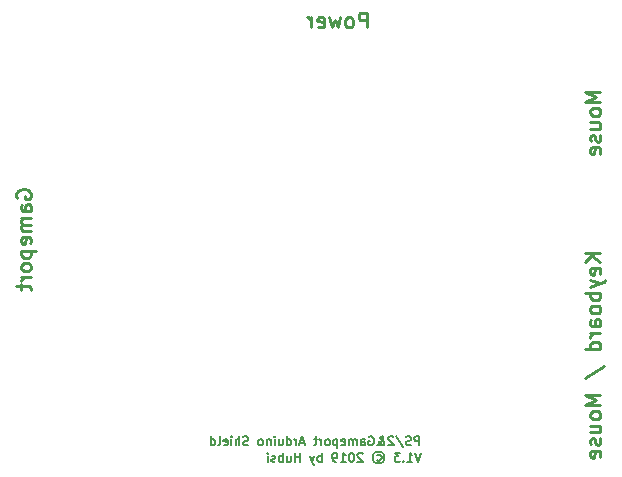
<source format=gbr>
G04 #@! TF.GenerationSoftware,KiCad,Pcbnew,7.0.5*
G04 #@! TF.CreationDate,2023-12-31T10:49:34+01:00*
G04 #@! TF.ProjectId,usb-to-ps2-gameport-hat-arduino-pro-mini,7573622d-746f-42d7-9073-322d67616d65,1.3*
G04 #@! TF.SameCoordinates,Original*
G04 #@! TF.FileFunction,Legend,Bot*
G04 #@! TF.FilePolarity,Positive*
%FSLAX46Y46*%
G04 Gerber Fmt 4.6, Leading zero omitted, Abs format (unit mm)*
G04 Created by KiCad (PCBNEW 7.0.5) date 2023-12-31 10:49:34*
%MOMM*%
%LPD*%
G01*
G04 APERTURE LIST*
%ADD10C,0.150000*%
%ADD11C,0.254000*%
%ADD12C,0.250000*%
G04 APERTURE END LIST*
D10*
X121252744Y-75469164D02*
X121252744Y-74719164D01*
X121252744Y-74719164D02*
X120967030Y-74719164D01*
X120967030Y-74719164D02*
X120895601Y-74754878D01*
X120895601Y-74754878D02*
X120859887Y-74790592D01*
X120859887Y-74790592D02*
X120824173Y-74862021D01*
X120824173Y-74862021D02*
X120824173Y-74969164D01*
X120824173Y-74969164D02*
X120859887Y-75040592D01*
X120859887Y-75040592D02*
X120895601Y-75076307D01*
X120895601Y-75076307D02*
X120967030Y-75112021D01*
X120967030Y-75112021D02*
X121252744Y-75112021D01*
X120538458Y-75433450D02*
X120431316Y-75469164D01*
X120431316Y-75469164D02*
X120252744Y-75469164D01*
X120252744Y-75469164D02*
X120181316Y-75433450D01*
X120181316Y-75433450D02*
X120145601Y-75397735D01*
X120145601Y-75397735D02*
X120109887Y-75326307D01*
X120109887Y-75326307D02*
X120109887Y-75254878D01*
X120109887Y-75254878D02*
X120145601Y-75183450D01*
X120145601Y-75183450D02*
X120181316Y-75147735D01*
X120181316Y-75147735D02*
X120252744Y-75112021D01*
X120252744Y-75112021D02*
X120395601Y-75076307D01*
X120395601Y-75076307D02*
X120467030Y-75040592D01*
X120467030Y-75040592D02*
X120502744Y-75004878D01*
X120502744Y-75004878D02*
X120538458Y-74933450D01*
X120538458Y-74933450D02*
X120538458Y-74862021D01*
X120538458Y-74862021D02*
X120502744Y-74790592D01*
X120502744Y-74790592D02*
X120467030Y-74754878D01*
X120467030Y-74754878D02*
X120395601Y-74719164D01*
X120395601Y-74719164D02*
X120217030Y-74719164D01*
X120217030Y-74719164D02*
X120109887Y-74754878D01*
X119252744Y-74683450D02*
X119895601Y-75647735D01*
X119038458Y-74790592D02*
X119002744Y-74754878D01*
X119002744Y-74754878D02*
X118931316Y-74719164D01*
X118931316Y-74719164D02*
X118752744Y-74719164D01*
X118752744Y-74719164D02*
X118681316Y-74754878D01*
X118681316Y-74754878D02*
X118645601Y-74790592D01*
X118645601Y-74790592D02*
X118609887Y-74862021D01*
X118609887Y-74862021D02*
X118609887Y-74933450D01*
X118609887Y-74933450D02*
X118645601Y-75040592D01*
X118645601Y-75040592D02*
X119074173Y-75469164D01*
X119074173Y-75469164D02*
X118609887Y-75469164D01*
X117681315Y-75469164D02*
X117717030Y-75469164D01*
X117717030Y-75469164D02*
X117788458Y-75433450D01*
X117788458Y-75433450D02*
X117895601Y-75326307D01*
X117895601Y-75326307D02*
X118074172Y-75112021D01*
X118074172Y-75112021D02*
X118145601Y-75004878D01*
X118145601Y-75004878D02*
X118181315Y-74897735D01*
X118181315Y-74897735D02*
X118181315Y-74826307D01*
X118181315Y-74826307D02*
X118145601Y-74754878D01*
X118145601Y-74754878D02*
X118074172Y-74719164D01*
X118074172Y-74719164D02*
X118038458Y-74719164D01*
X118038458Y-74719164D02*
X117967030Y-74754878D01*
X117967030Y-74754878D02*
X117931315Y-74826307D01*
X117931315Y-74826307D02*
X117931315Y-74862021D01*
X117931315Y-74862021D02*
X117967030Y-74933450D01*
X117967030Y-74933450D02*
X118002744Y-74969164D01*
X118002744Y-74969164D02*
X118217030Y-75112021D01*
X118217030Y-75112021D02*
X118252744Y-75147735D01*
X118252744Y-75147735D02*
X118288458Y-75219164D01*
X118288458Y-75219164D02*
X118288458Y-75326307D01*
X118288458Y-75326307D02*
X118252744Y-75397735D01*
X118252744Y-75397735D02*
X118217030Y-75433450D01*
X118217030Y-75433450D02*
X118145601Y-75469164D01*
X118145601Y-75469164D02*
X118038458Y-75469164D01*
X118038458Y-75469164D02*
X117967030Y-75433450D01*
X117967030Y-75433450D02*
X117931315Y-75397735D01*
X117931315Y-75397735D02*
X117824172Y-75254878D01*
X117824172Y-75254878D02*
X117788458Y-75147735D01*
X117788458Y-75147735D02*
X117788458Y-75076307D01*
X116967030Y-74754878D02*
X117038459Y-74719164D01*
X117038459Y-74719164D02*
X117145601Y-74719164D01*
X117145601Y-74719164D02*
X117252744Y-74754878D01*
X117252744Y-74754878D02*
X117324173Y-74826307D01*
X117324173Y-74826307D02*
X117359887Y-74897735D01*
X117359887Y-74897735D02*
X117395601Y-75040592D01*
X117395601Y-75040592D02*
X117395601Y-75147735D01*
X117395601Y-75147735D02*
X117359887Y-75290592D01*
X117359887Y-75290592D02*
X117324173Y-75362021D01*
X117324173Y-75362021D02*
X117252744Y-75433450D01*
X117252744Y-75433450D02*
X117145601Y-75469164D01*
X117145601Y-75469164D02*
X117074173Y-75469164D01*
X117074173Y-75469164D02*
X116967030Y-75433450D01*
X116967030Y-75433450D02*
X116931316Y-75397735D01*
X116931316Y-75397735D02*
X116931316Y-75147735D01*
X116931316Y-75147735D02*
X117074173Y-75147735D01*
X116288459Y-75469164D02*
X116288459Y-75076307D01*
X116288459Y-75076307D02*
X116324173Y-75004878D01*
X116324173Y-75004878D02*
X116395601Y-74969164D01*
X116395601Y-74969164D02*
X116538459Y-74969164D01*
X116538459Y-74969164D02*
X116609887Y-75004878D01*
X116288459Y-75433450D02*
X116359887Y-75469164D01*
X116359887Y-75469164D02*
X116538459Y-75469164D01*
X116538459Y-75469164D02*
X116609887Y-75433450D01*
X116609887Y-75433450D02*
X116645601Y-75362021D01*
X116645601Y-75362021D02*
X116645601Y-75290592D01*
X116645601Y-75290592D02*
X116609887Y-75219164D01*
X116609887Y-75219164D02*
X116538459Y-75183450D01*
X116538459Y-75183450D02*
X116359887Y-75183450D01*
X116359887Y-75183450D02*
X116288459Y-75147735D01*
X115931316Y-75469164D02*
X115931316Y-74969164D01*
X115931316Y-75040592D02*
X115895602Y-75004878D01*
X115895602Y-75004878D02*
X115824173Y-74969164D01*
X115824173Y-74969164D02*
X115717030Y-74969164D01*
X115717030Y-74969164D02*
X115645602Y-75004878D01*
X115645602Y-75004878D02*
X115609888Y-75076307D01*
X115609888Y-75076307D02*
X115609888Y-75469164D01*
X115609888Y-75076307D02*
X115574173Y-75004878D01*
X115574173Y-75004878D02*
X115502745Y-74969164D01*
X115502745Y-74969164D02*
X115395602Y-74969164D01*
X115395602Y-74969164D02*
X115324173Y-75004878D01*
X115324173Y-75004878D02*
X115288459Y-75076307D01*
X115288459Y-75076307D02*
X115288459Y-75469164D01*
X114645602Y-75433450D02*
X114717030Y-75469164D01*
X114717030Y-75469164D02*
X114859888Y-75469164D01*
X114859888Y-75469164D02*
X114931316Y-75433450D01*
X114931316Y-75433450D02*
X114967030Y-75362021D01*
X114967030Y-75362021D02*
X114967030Y-75076307D01*
X114967030Y-75076307D02*
X114931316Y-75004878D01*
X114931316Y-75004878D02*
X114859888Y-74969164D01*
X114859888Y-74969164D02*
X114717030Y-74969164D01*
X114717030Y-74969164D02*
X114645602Y-75004878D01*
X114645602Y-75004878D02*
X114609888Y-75076307D01*
X114609888Y-75076307D02*
X114609888Y-75147735D01*
X114609888Y-75147735D02*
X114967030Y-75219164D01*
X114288459Y-74969164D02*
X114288459Y-75719164D01*
X114288459Y-75004878D02*
X114217031Y-74969164D01*
X114217031Y-74969164D02*
X114074173Y-74969164D01*
X114074173Y-74969164D02*
X114002745Y-75004878D01*
X114002745Y-75004878D02*
X113967031Y-75040592D01*
X113967031Y-75040592D02*
X113931316Y-75112021D01*
X113931316Y-75112021D02*
X113931316Y-75326307D01*
X113931316Y-75326307D02*
X113967031Y-75397735D01*
X113967031Y-75397735D02*
X114002745Y-75433450D01*
X114002745Y-75433450D02*
X114074173Y-75469164D01*
X114074173Y-75469164D02*
X114217031Y-75469164D01*
X114217031Y-75469164D02*
X114288459Y-75433450D01*
X113502745Y-75469164D02*
X113574174Y-75433450D01*
X113574174Y-75433450D02*
X113609888Y-75397735D01*
X113609888Y-75397735D02*
X113645602Y-75326307D01*
X113645602Y-75326307D02*
X113645602Y-75112021D01*
X113645602Y-75112021D02*
X113609888Y-75040592D01*
X113609888Y-75040592D02*
X113574174Y-75004878D01*
X113574174Y-75004878D02*
X113502745Y-74969164D01*
X113502745Y-74969164D02*
X113395602Y-74969164D01*
X113395602Y-74969164D02*
X113324174Y-75004878D01*
X113324174Y-75004878D02*
X113288460Y-75040592D01*
X113288460Y-75040592D02*
X113252745Y-75112021D01*
X113252745Y-75112021D02*
X113252745Y-75326307D01*
X113252745Y-75326307D02*
X113288460Y-75397735D01*
X113288460Y-75397735D02*
X113324174Y-75433450D01*
X113324174Y-75433450D02*
X113395602Y-75469164D01*
X113395602Y-75469164D02*
X113502745Y-75469164D01*
X112931317Y-75469164D02*
X112931317Y-74969164D01*
X112931317Y-75112021D02*
X112895603Y-75040592D01*
X112895603Y-75040592D02*
X112859889Y-75004878D01*
X112859889Y-75004878D02*
X112788460Y-74969164D01*
X112788460Y-74969164D02*
X112717031Y-74969164D01*
X112574174Y-74969164D02*
X112288460Y-74969164D01*
X112467031Y-74719164D02*
X112467031Y-75362021D01*
X112467031Y-75362021D02*
X112431317Y-75433450D01*
X112431317Y-75433450D02*
X112359888Y-75469164D01*
X112359888Y-75469164D02*
X112288460Y-75469164D01*
X111502745Y-75254878D02*
X111145603Y-75254878D01*
X111574174Y-75469164D02*
X111324174Y-74719164D01*
X111324174Y-74719164D02*
X111074174Y-75469164D01*
X110824174Y-75469164D02*
X110824174Y-74969164D01*
X110824174Y-75112021D02*
X110788460Y-75040592D01*
X110788460Y-75040592D02*
X110752746Y-75004878D01*
X110752746Y-75004878D02*
X110681317Y-74969164D01*
X110681317Y-74969164D02*
X110609888Y-74969164D01*
X110038460Y-75469164D02*
X110038460Y-74719164D01*
X110038460Y-75433450D02*
X110109888Y-75469164D01*
X110109888Y-75469164D02*
X110252745Y-75469164D01*
X110252745Y-75469164D02*
X110324174Y-75433450D01*
X110324174Y-75433450D02*
X110359888Y-75397735D01*
X110359888Y-75397735D02*
X110395602Y-75326307D01*
X110395602Y-75326307D02*
X110395602Y-75112021D01*
X110395602Y-75112021D02*
X110359888Y-75040592D01*
X110359888Y-75040592D02*
X110324174Y-75004878D01*
X110324174Y-75004878D02*
X110252745Y-74969164D01*
X110252745Y-74969164D02*
X110109888Y-74969164D01*
X110109888Y-74969164D02*
X110038460Y-75004878D01*
X109359889Y-74969164D02*
X109359889Y-75469164D01*
X109681317Y-74969164D02*
X109681317Y-75362021D01*
X109681317Y-75362021D02*
X109645603Y-75433450D01*
X109645603Y-75433450D02*
X109574174Y-75469164D01*
X109574174Y-75469164D02*
X109467031Y-75469164D01*
X109467031Y-75469164D02*
X109395603Y-75433450D01*
X109395603Y-75433450D02*
X109359889Y-75397735D01*
X109002746Y-75469164D02*
X109002746Y-74969164D01*
X109002746Y-74719164D02*
X109038460Y-74754878D01*
X109038460Y-74754878D02*
X109002746Y-74790592D01*
X109002746Y-74790592D02*
X108967032Y-74754878D01*
X108967032Y-74754878D02*
X109002746Y-74719164D01*
X109002746Y-74719164D02*
X109002746Y-74790592D01*
X108645603Y-74969164D02*
X108645603Y-75469164D01*
X108645603Y-75040592D02*
X108609889Y-75004878D01*
X108609889Y-75004878D02*
X108538460Y-74969164D01*
X108538460Y-74969164D02*
X108431317Y-74969164D01*
X108431317Y-74969164D02*
X108359889Y-75004878D01*
X108359889Y-75004878D02*
X108324175Y-75076307D01*
X108324175Y-75076307D02*
X108324175Y-75469164D01*
X107859889Y-75469164D02*
X107931318Y-75433450D01*
X107931318Y-75433450D02*
X107967032Y-75397735D01*
X107967032Y-75397735D02*
X108002746Y-75326307D01*
X108002746Y-75326307D02*
X108002746Y-75112021D01*
X108002746Y-75112021D02*
X107967032Y-75040592D01*
X107967032Y-75040592D02*
X107931318Y-75004878D01*
X107931318Y-75004878D02*
X107859889Y-74969164D01*
X107859889Y-74969164D02*
X107752746Y-74969164D01*
X107752746Y-74969164D02*
X107681318Y-75004878D01*
X107681318Y-75004878D02*
X107645604Y-75040592D01*
X107645604Y-75040592D02*
X107609889Y-75112021D01*
X107609889Y-75112021D02*
X107609889Y-75326307D01*
X107609889Y-75326307D02*
X107645604Y-75397735D01*
X107645604Y-75397735D02*
X107681318Y-75433450D01*
X107681318Y-75433450D02*
X107752746Y-75469164D01*
X107752746Y-75469164D02*
X107859889Y-75469164D01*
X106752746Y-75433450D02*
X106645604Y-75469164D01*
X106645604Y-75469164D02*
X106467032Y-75469164D01*
X106467032Y-75469164D02*
X106395604Y-75433450D01*
X106395604Y-75433450D02*
X106359889Y-75397735D01*
X106359889Y-75397735D02*
X106324175Y-75326307D01*
X106324175Y-75326307D02*
X106324175Y-75254878D01*
X106324175Y-75254878D02*
X106359889Y-75183450D01*
X106359889Y-75183450D02*
X106395604Y-75147735D01*
X106395604Y-75147735D02*
X106467032Y-75112021D01*
X106467032Y-75112021D02*
X106609889Y-75076307D01*
X106609889Y-75076307D02*
X106681318Y-75040592D01*
X106681318Y-75040592D02*
X106717032Y-75004878D01*
X106717032Y-75004878D02*
X106752746Y-74933450D01*
X106752746Y-74933450D02*
X106752746Y-74862021D01*
X106752746Y-74862021D02*
X106717032Y-74790592D01*
X106717032Y-74790592D02*
X106681318Y-74754878D01*
X106681318Y-74754878D02*
X106609889Y-74719164D01*
X106609889Y-74719164D02*
X106431318Y-74719164D01*
X106431318Y-74719164D02*
X106324175Y-74754878D01*
X106002746Y-75469164D02*
X106002746Y-74719164D01*
X105681318Y-75469164D02*
X105681318Y-75076307D01*
X105681318Y-75076307D02*
X105717032Y-75004878D01*
X105717032Y-75004878D02*
X105788460Y-74969164D01*
X105788460Y-74969164D02*
X105895603Y-74969164D01*
X105895603Y-74969164D02*
X105967032Y-75004878D01*
X105967032Y-75004878D02*
X106002746Y-75040592D01*
X105324175Y-75469164D02*
X105324175Y-74969164D01*
X105324175Y-74719164D02*
X105359889Y-74754878D01*
X105359889Y-74754878D02*
X105324175Y-74790592D01*
X105324175Y-74790592D02*
X105288461Y-74754878D01*
X105288461Y-74754878D02*
X105324175Y-74719164D01*
X105324175Y-74719164D02*
X105324175Y-74790592D01*
X104681318Y-75433450D02*
X104752746Y-75469164D01*
X104752746Y-75469164D02*
X104895604Y-75469164D01*
X104895604Y-75469164D02*
X104967032Y-75433450D01*
X104967032Y-75433450D02*
X105002746Y-75362021D01*
X105002746Y-75362021D02*
X105002746Y-75076307D01*
X105002746Y-75076307D02*
X104967032Y-75004878D01*
X104967032Y-75004878D02*
X104895604Y-74969164D01*
X104895604Y-74969164D02*
X104752746Y-74969164D01*
X104752746Y-74969164D02*
X104681318Y-75004878D01*
X104681318Y-75004878D02*
X104645604Y-75076307D01*
X104645604Y-75076307D02*
X104645604Y-75147735D01*
X104645604Y-75147735D02*
X105002746Y-75219164D01*
X104217032Y-75469164D02*
X104288461Y-75433450D01*
X104288461Y-75433450D02*
X104324175Y-75362021D01*
X104324175Y-75362021D02*
X104324175Y-74719164D01*
X103609890Y-75469164D02*
X103609890Y-74719164D01*
X103609890Y-75433450D02*
X103681318Y-75469164D01*
X103681318Y-75469164D02*
X103824175Y-75469164D01*
X103824175Y-75469164D02*
X103895604Y-75433450D01*
X103895604Y-75433450D02*
X103931318Y-75397735D01*
X103931318Y-75397735D02*
X103967032Y-75326307D01*
X103967032Y-75326307D02*
X103967032Y-75112021D01*
X103967032Y-75112021D02*
X103931318Y-75040592D01*
X103931318Y-75040592D02*
X103895604Y-75004878D01*
X103895604Y-75004878D02*
X103824175Y-74969164D01*
X103824175Y-74969164D02*
X103681318Y-74969164D01*
X103681318Y-74969164D02*
X103609890Y-75004878D01*
X121359887Y-76119164D02*
X121109887Y-76869164D01*
X121109887Y-76869164D02*
X120859887Y-76119164D01*
X120217030Y-76869164D02*
X120645601Y-76869164D01*
X120431316Y-76869164D02*
X120431316Y-76119164D01*
X120431316Y-76119164D02*
X120502744Y-76226307D01*
X120502744Y-76226307D02*
X120574173Y-76297735D01*
X120574173Y-76297735D02*
X120645601Y-76333450D01*
X119895601Y-76797735D02*
X119859887Y-76833450D01*
X119859887Y-76833450D02*
X119895601Y-76869164D01*
X119895601Y-76869164D02*
X119931315Y-76833450D01*
X119931315Y-76833450D02*
X119895601Y-76797735D01*
X119895601Y-76797735D02*
X119895601Y-76869164D01*
X119609887Y-76119164D02*
X119145601Y-76119164D01*
X119145601Y-76119164D02*
X119395601Y-76404878D01*
X119395601Y-76404878D02*
X119288458Y-76404878D01*
X119288458Y-76404878D02*
X119217030Y-76440592D01*
X119217030Y-76440592D02*
X119181315Y-76476307D01*
X119181315Y-76476307D02*
X119145601Y-76547735D01*
X119145601Y-76547735D02*
X119145601Y-76726307D01*
X119145601Y-76726307D02*
X119181315Y-76797735D01*
X119181315Y-76797735D02*
X119217030Y-76833450D01*
X119217030Y-76833450D02*
X119288458Y-76869164D01*
X119288458Y-76869164D02*
X119502744Y-76869164D01*
X119502744Y-76869164D02*
X119574172Y-76833450D01*
X119574172Y-76833450D02*
X119609887Y-76797735D01*
X117645600Y-76297735D02*
X117717029Y-76262021D01*
X117717029Y-76262021D02*
X117859886Y-76262021D01*
X117859886Y-76262021D02*
X117931315Y-76297735D01*
X117931315Y-76297735D02*
X118002743Y-76369164D01*
X118002743Y-76369164D02*
X118038457Y-76440592D01*
X118038457Y-76440592D02*
X118038457Y-76583450D01*
X118038457Y-76583450D02*
X118002743Y-76654878D01*
X118002743Y-76654878D02*
X117931315Y-76726307D01*
X117931315Y-76726307D02*
X117859886Y-76762021D01*
X117859886Y-76762021D02*
X117717029Y-76762021D01*
X117717029Y-76762021D02*
X117645600Y-76726307D01*
X117788457Y-76012021D02*
X117967029Y-76047735D01*
X117967029Y-76047735D02*
X118145600Y-76154878D01*
X118145600Y-76154878D02*
X118252743Y-76333450D01*
X118252743Y-76333450D02*
X118288457Y-76512021D01*
X118288457Y-76512021D02*
X118252743Y-76690592D01*
X118252743Y-76690592D02*
X118145600Y-76869164D01*
X118145600Y-76869164D02*
X117967029Y-76976307D01*
X117967029Y-76976307D02*
X117788457Y-77012021D01*
X117788457Y-77012021D02*
X117609886Y-76976307D01*
X117609886Y-76976307D02*
X117431315Y-76869164D01*
X117431315Y-76869164D02*
X117324172Y-76690592D01*
X117324172Y-76690592D02*
X117288457Y-76512021D01*
X117288457Y-76512021D02*
X117324172Y-76333450D01*
X117324172Y-76333450D02*
X117431315Y-76154878D01*
X117431315Y-76154878D02*
X117609886Y-76047735D01*
X117609886Y-76047735D02*
X117788457Y-76012021D01*
X116431314Y-76190592D02*
X116395600Y-76154878D01*
X116395600Y-76154878D02*
X116324172Y-76119164D01*
X116324172Y-76119164D02*
X116145600Y-76119164D01*
X116145600Y-76119164D02*
X116074172Y-76154878D01*
X116074172Y-76154878D02*
X116038457Y-76190592D01*
X116038457Y-76190592D02*
X116002743Y-76262021D01*
X116002743Y-76262021D02*
X116002743Y-76333450D01*
X116002743Y-76333450D02*
X116038457Y-76440592D01*
X116038457Y-76440592D02*
X116467029Y-76869164D01*
X116467029Y-76869164D02*
X116002743Y-76869164D01*
X115538457Y-76119164D02*
X115467028Y-76119164D01*
X115467028Y-76119164D02*
X115395600Y-76154878D01*
X115395600Y-76154878D02*
X115359886Y-76190592D01*
X115359886Y-76190592D02*
X115324171Y-76262021D01*
X115324171Y-76262021D02*
X115288457Y-76404878D01*
X115288457Y-76404878D02*
X115288457Y-76583450D01*
X115288457Y-76583450D02*
X115324171Y-76726307D01*
X115324171Y-76726307D02*
X115359886Y-76797735D01*
X115359886Y-76797735D02*
X115395600Y-76833450D01*
X115395600Y-76833450D02*
X115467028Y-76869164D01*
X115467028Y-76869164D02*
X115538457Y-76869164D01*
X115538457Y-76869164D02*
X115609886Y-76833450D01*
X115609886Y-76833450D02*
X115645600Y-76797735D01*
X115645600Y-76797735D02*
X115681314Y-76726307D01*
X115681314Y-76726307D02*
X115717028Y-76583450D01*
X115717028Y-76583450D02*
X115717028Y-76404878D01*
X115717028Y-76404878D02*
X115681314Y-76262021D01*
X115681314Y-76262021D02*
X115645600Y-76190592D01*
X115645600Y-76190592D02*
X115609886Y-76154878D01*
X115609886Y-76154878D02*
X115538457Y-76119164D01*
X114574171Y-76869164D02*
X115002742Y-76869164D01*
X114788457Y-76869164D02*
X114788457Y-76119164D01*
X114788457Y-76119164D02*
X114859885Y-76226307D01*
X114859885Y-76226307D02*
X114931314Y-76297735D01*
X114931314Y-76297735D02*
X115002742Y-76333450D01*
X114217028Y-76869164D02*
X114074171Y-76869164D01*
X114074171Y-76869164D02*
X114002742Y-76833450D01*
X114002742Y-76833450D02*
X113967028Y-76797735D01*
X113967028Y-76797735D02*
X113895599Y-76690592D01*
X113895599Y-76690592D02*
X113859885Y-76547735D01*
X113859885Y-76547735D02*
X113859885Y-76262021D01*
X113859885Y-76262021D02*
X113895599Y-76190592D01*
X113895599Y-76190592D02*
X113931314Y-76154878D01*
X113931314Y-76154878D02*
X114002742Y-76119164D01*
X114002742Y-76119164D02*
X114145599Y-76119164D01*
X114145599Y-76119164D02*
X114217028Y-76154878D01*
X114217028Y-76154878D02*
X114252742Y-76190592D01*
X114252742Y-76190592D02*
X114288456Y-76262021D01*
X114288456Y-76262021D02*
X114288456Y-76440592D01*
X114288456Y-76440592D02*
X114252742Y-76512021D01*
X114252742Y-76512021D02*
X114217028Y-76547735D01*
X114217028Y-76547735D02*
X114145599Y-76583450D01*
X114145599Y-76583450D02*
X114002742Y-76583450D01*
X114002742Y-76583450D02*
X113931314Y-76547735D01*
X113931314Y-76547735D02*
X113895599Y-76512021D01*
X113895599Y-76512021D02*
X113859885Y-76440592D01*
X112967027Y-76869164D02*
X112967027Y-76119164D01*
X112967027Y-76404878D02*
X112895599Y-76369164D01*
X112895599Y-76369164D02*
X112752741Y-76369164D01*
X112752741Y-76369164D02*
X112681313Y-76404878D01*
X112681313Y-76404878D02*
X112645599Y-76440592D01*
X112645599Y-76440592D02*
X112609884Y-76512021D01*
X112609884Y-76512021D02*
X112609884Y-76726307D01*
X112609884Y-76726307D02*
X112645599Y-76797735D01*
X112645599Y-76797735D02*
X112681313Y-76833450D01*
X112681313Y-76833450D02*
X112752741Y-76869164D01*
X112752741Y-76869164D02*
X112895599Y-76869164D01*
X112895599Y-76869164D02*
X112967027Y-76833450D01*
X112359885Y-76369164D02*
X112181313Y-76869164D01*
X112002742Y-76369164D02*
X112181313Y-76869164D01*
X112181313Y-76869164D02*
X112252742Y-77047735D01*
X112252742Y-77047735D02*
X112288456Y-77083450D01*
X112288456Y-77083450D02*
X112359885Y-77119164D01*
X111145598Y-76869164D02*
X111145598Y-76119164D01*
X111145598Y-76476307D02*
X110717027Y-76476307D01*
X110717027Y-76869164D02*
X110717027Y-76119164D01*
X110038456Y-76369164D02*
X110038456Y-76869164D01*
X110359884Y-76369164D02*
X110359884Y-76762021D01*
X110359884Y-76762021D02*
X110324170Y-76833450D01*
X110324170Y-76833450D02*
X110252741Y-76869164D01*
X110252741Y-76869164D02*
X110145598Y-76869164D01*
X110145598Y-76869164D02*
X110074170Y-76833450D01*
X110074170Y-76833450D02*
X110038456Y-76797735D01*
X109681313Y-76869164D02*
X109681313Y-76119164D01*
X109681313Y-76404878D02*
X109609885Y-76369164D01*
X109609885Y-76369164D02*
X109467027Y-76369164D01*
X109467027Y-76369164D02*
X109395599Y-76404878D01*
X109395599Y-76404878D02*
X109359885Y-76440592D01*
X109359885Y-76440592D02*
X109324170Y-76512021D01*
X109324170Y-76512021D02*
X109324170Y-76726307D01*
X109324170Y-76726307D02*
X109359885Y-76797735D01*
X109359885Y-76797735D02*
X109395599Y-76833450D01*
X109395599Y-76833450D02*
X109467027Y-76869164D01*
X109467027Y-76869164D02*
X109609885Y-76869164D01*
X109609885Y-76869164D02*
X109681313Y-76833450D01*
X109038456Y-76833450D02*
X108967028Y-76869164D01*
X108967028Y-76869164D02*
X108824171Y-76869164D01*
X108824171Y-76869164D02*
X108752742Y-76833450D01*
X108752742Y-76833450D02*
X108717028Y-76762021D01*
X108717028Y-76762021D02*
X108717028Y-76726307D01*
X108717028Y-76726307D02*
X108752742Y-76654878D01*
X108752742Y-76654878D02*
X108824171Y-76619164D01*
X108824171Y-76619164D02*
X108931314Y-76619164D01*
X108931314Y-76619164D02*
X109002742Y-76583450D01*
X109002742Y-76583450D02*
X109038456Y-76512021D01*
X109038456Y-76512021D02*
X109038456Y-76476307D01*
X109038456Y-76476307D02*
X109002742Y-76404878D01*
X109002742Y-76404878D02*
X108931314Y-76369164D01*
X108931314Y-76369164D02*
X108824171Y-76369164D01*
X108824171Y-76369164D02*
X108752742Y-76404878D01*
X108395599Y-76869164D02*
X108395599Y-76369164D01*
X108395599Y-76119164D02*
X108431313Y-76154878D01*
X108431313Y-76154878D02*
X108395599Y-76190592D01*
X108395599Y-76190592D02*
X108359885Y-76154878D01*
X108359885Y-76154878D02*
X108395599Y-76119164D01*
X108395599Y-76119164D02*
X108395599Y-76190592D01*
D11*
X136574318Y-45529285D02*
X135304318Y-45529285D01*
X135304318Y-45529285D02*
X136211461Y-45952619D01*
X136211461Y-45952619D02*
X135304318Y-46375952D01*
X135304318Y-46375952D02*
X136574318Y-46375952D01*
X136574318Y-47162143D02*
X136513842Y-47041191D01*
X136513842Y-47041191D02*
X136453365Y-46980714D01*
X136453365Y-46980714D02*
X136332413Y-46920238D01*
X136332413Y-46920238D02*
X135969556Y-46920238D01*
X135969556Y-46920238D02*
X135848603Y-46980714D01*
X135848603Y-46980714D02*
X135788127Y-47041191D01*
X135788127Y-47041191D02*
X135727651Y-47162143D01*
X135727651Y-47162143D02*
X135727651Y-47343572D01*
X135727651Y-47343572D02*
X135788127Y-47464524D01*
X135788127Y-47464524D02*
X135848603Y-47525000D01*
X135848603Y-47525000D02*
X135969556Y-47585476D01*
X135969556Y-47585476D02*
X136332413Y-47585476D01*
X136332413Y-47585476D02*
X136453365Y-47525000D01*
X136453365Y-47525000D02*
X136513842Y-47464524D01*
X136513842Y-47464524D02*
X136574318Y-47343572D01*
X136574318Y-47343572D02*
X136574318Y-47162143D01*
X135727651Y-48674048D02*
X136574318Y-48674048D01*
X135727651Y-48129762D02*
X136392889Y-48129762D01*
X136392889Y-48129762D02*
X136513842Y-48190239D01*
X136513842Y-48190239D02*
X136574318Y-48311191D01*
X136574318Y-48311191D02*
X136574318Y-48492620D01*
X136574318Y-48492620D02*
X136513842Y-48613572D01*
X136513842Y-48613572D02*
X136453365Y-48674048D01*
X136513842Y-49218334D02*
X136574318Y-49339287D01*
X136574318Y-49339287D02*
X136574318Y-49581191D01*
X136574318Y-49581191D02*
X136513842Y-49702144D01*
X136513842Y-49702144D02*
X136392889Y-49762620D01*
X136392889Y-49762620D02*
X136332413Y-49762620D01*
X136332413Y-49762620D02*
X136211461Y-49702144D01*
X136211461Y-49702144D02*
X136150984Y-49581191D01*
X136150984Y-49581191D02*
X136150984Y-49399763D01*
X136150984Y-49399763D02*
X136090508Y-49278810D01*
X136090508Y-49278810D02*
X135969556Y-49218334D01*
X135969556Y-49218334D02*
X135909080Y-49218334D01*
X135909080Y-49218334D02*
X135788127Y-49278810D01*
X135788127Y-49278810D02*
X135727651Y-49399763D01*
X135727651Y-49399763D02*
X135727651Y-49581191D01*
X135727651Y-49581191D02*
X135788127Y-49702144D01*
X136513842Y-50790715D02*
X136574318Y-50669763D01*
X136574318Y-50669763D02*
X136574318Y-50427858D01*
X136574318Y-50427858D02*
X136513842Y-50306905D01*
X136513842Y-50306905D02*
X136392889Y-50246429D01*
X136392889Y-50246429D02*
X135909080Y-50246429D01*
X135909080Y-50246429D02*
X135788127Y-50306905D01*
X135788127Y-50306905D02*
X135727651Y-50427858D01*
X135727651Y-50427858D02*
X135727651Y-50669763D01*
X135727651Y-50669763D02*
X135788127Y-50790715D01*
X135788127Y-50790715D02*
X135909080Y-50851191D01*
X135909080Y-50851191D02*
X136030032Y-50851191D01*
X136030032Y-50851191D02*
X136150984Y-50246429D01*
D12*
X87174797Y-54517856D02*
X87115273Y-54398809D01*
X87115273Y-54398809D02*
X87115273Y-54220237D01*
X87115273Y-54220237D02*
X87174797Y-54041666D01*
X87174797Y-54041666D02*
X87293845Y-53922618D01*
X87293845Y-53922618D02*
X87412892Y-53863095D01*
X87412892Y-53863095D02*
X87650988Y-53803571D01*
X87650988Y-53803571D02*
X87829559Y-53803571D01*
X87829559Y-53803571D02*
X88067654Y-53863095D01*
X88067654Y-53863095D02*
X88186702Y-53922618D01*
X88186702Y-53922618D02*
X88305750Y-54041666D01*
X88305750Y-54041666D02*
X88365273Y-54220237D01*
X88365273Y-54220237D02*
X88365273Y-54339285D01*
X88365273Y-54339285D02*
X88305750Y-54517856D01*
X88305750Y-54517856D02*
X88246226Y-54577380D01*
X88246226Y-54577380D02*
X87829559Y-54577380D01*
X87829559Y-54577380D02*
X87829559Y-54339285D01*
X88365273Y-55648809D02*
X87710511Y-55648809D01*
X87710511Y-55648809D02*
X87591464Y-55589285D01*
X87591464Y-55589285D02*
X87531940Y-55470237D01*
X87531940Y-55470237D02*
X87531940Y-55232142D01*
X87531940Y-55232142D02*
X87591464Y-55113095D01*
X88305750Y-55648809D02*
X88365273Y-55529761D01*
X88365273Y-55529761D02*
X88365273Y-55232142D01*
X88365273Y-55232142D02*
X88305750Y-55113095D01*
X88305750Y-55113095D02*
X88186702Y-55053571D01*
X88186702Y-55053571D02*
X88067654Y-55053571D01*
X88067654Y-55053571D02*
X87948607Y-55113095D01*
X87948607Y-55113095D02*
X87889083Y-55232142D01*
X87889083Y-55232142D02*
X87889083Y-55529761D01*
X87889083Y-55529761D02*
X87829559Y-55648809D01*
X88365273Y-56244047D02*
X87531940Y-56244047D01*
X87650988Y-56244047D02*
X87591464Y-56303570D01*
X87591464Y-56303570D02*
X87531940Y-56422618D01*
X87531940Y-56422618D02*
X87531940Y-56601189D01*
X87531940Y-56601189D02*
X87591464Y-56720237D01*
X87591464Y-56720237D02*
X87710511Y-56779761D01*
X87710511Y-56779761D02*
X88365273Y-56779761D01*
X87710511Y-56779761D02*
X87591464Y-56839285D01*
X87591464Y-56839285D02*
X87531940Y-56958332D01*
X87531940Y-56958332D02*
X87531940Y-57136904D01*
X87531940Y-57136904D02*
X87591464Y-57255951D01*
X87591464Y-57255951D02*
X87710511Y-57315475D01*
X87710511Y-57315475D02*
X88365273Y-57315475D01*
X88305750Y-58386904D02*
X88365273Y-58267856D01*
X88365273Y-58267856D02*
X88365273Y-58029761D01*
X88365273Y-58029761D02*
X88305750Y-57910714D01*
X88305750Y-57910714D02*
X88186702Y-57851190D01*
X88186702Y-57851190D02*
X87710511Y-57851190D01*
X87710511Y-57851190D02*
X87591464Y-57910714D01*
X87591464Y-57910714D02*
X87531940Y-58029761D01*
X87531940Y-58029761D02*
X87531940Y-58267856D01*
X87531940Y-58267856D02*
X87591464Y-58386904D01*
X87591464Y-58386904D02*
X87710511Y-58446428D01*
X87710511Y-58446428D02*
X87829559Y-58446428D01*
X87829559Y-58446428D02*
X87948607Y-57851190D01*
X87531940Y-58982143D02*
X88781940Y-58982143D01*
X87591464Y-58982143D02*
X87531940Y-59101190D01*
X87531940Y-59101190D02*
X87531940Y-59339285D01*
X87531940Y-59339285D02*
X87591464Y-59458333D01*
X87591464Y-59458333D02*
X87650988Y-59517857D01*
X87650988Y-59517857D02*
X87770035Y-59577381D01*
X87770035Y-59577381D02*
X88127178Y-59577381D01*
X88127178Y-59577381D02*
X88246226Y-59517857D01*
X88246226Y-59517857D02*
X88305750Y-59458333D01*
X88305750Y-59458333D02*
X88365273Y-59339285D01*
X88365273Y-59339285D02*
X88365273Y-59101190D01*
X88365273Y-59101190D02*
X88305750Y-58982143D01*
X88365273Y-60291666D02*
X88305750Y-60172618D01*
X88305750Y-60172618D02*
X88246226Y-60113095D01*
X88246226Y-60113095D02*
X88127178Y-60053571D01*
X88127178Y-60053571D02*
X87770035Y-60053571D01*
X87770035Y-60053571D02*
X87650988Y-60113095D01*
X87650988Y-60113095D02*
X87591464Y-60172618D01*
X87591464Y-60172618D02*
X87531940Y-60291666D01*
X87531940Y-60291666D02*
X87531940Y-60470237D01*
X87531940Y-60470237D02*
X87591464Y-60589285D01*
X87591464Y-60589285D02*
X87650988Y-60648809D01*
X87650988Y-60648809D02*
X87770035Y-60708333D01*
X87770035Y-60708333D02*
X88127178Y-60708333D01*
X88127178Y-60708333D02*
X88246226Y-60648809D01*
X88246226Y-60648809D02*
X88305750Y-60589285D01*
X88305750Y-60589285D02*
X88365273Y-60470237D01*
X88365273Y-60470237D02*
X88365273Y-60291666D01*
X88365273Y-61244047D02*
X87531940Y-61244047D01*
X87770035Y-61244047D02*
X87650988Y-61303570D01*
X87650988Y-61303570D02*
X87591464Y-61363094D01*
X87591464Y-61363094D02*
X87531940Y-61482142D01*
X87531940Y-61482142D02*
X87531940Y-61601189D01*
X87531940Y-61839285D02*
X87531940Y-62315476D01*
X87115273Y-62017857D02*
X88186702Y-62017857D01*
X88186702Y-62017857D02*
X88305750Y-62077380D01*
X88305750Y-62077380D02*
X88365273Y-62196428D01*
X88365273Y-62196428D02*
X88365273Y-62315476D01*
X116820237Y-40085273D02*
X116820237Y-38835273D01*
X116820237Y-38835273D02*
X116344047Y-38835273D01*
X116344047Y-38835273D02*
X116224999Y-38894797D01*
X116224999Y-38894797D02*
X116165476Y-38954321D01*
X116165476Y-38954321D02*
X116105952Y-39073369D01*
X116105952Y-39073369D02*
X116105952Y-39251940D01*
X116105952Y-39251940D02*
X116165476Y-39370988D01*
X116165476Y-39370988D02*
X116224999Y-39430511D01*
X116224999Y-39430511D02*
X116344047Y-39490035D01*
X116344047Y-39490035D02*
X116820237Y-39490035D01*
X115391666Y-40085273D02*
X115510714Y-40025750D01*
X115510714Y-40025750D02*
X115570237Y-39966226D01*
X115570237Y-39966226D02*
X115629761Y-39847178D01*
X115629761Y-39847178D02*
X115629761Y-39490035D01*
X115629761Y-39490035D02*
X115570237Y-39370988D01*
X115570237Y-39370988D02*
X115510714Y-39311464D01*
X115510714Y-39311464D02*
X115391666Y-39251940D01*
X115391666Y-39251940D02*
X115213095Y-39251940D01*
X115213095Y-39251940D02*
X115094047Y-39311464D01*
X115094047Y-39311464D02*
X115034523Y-39370988D01*
X115034523Y-39370988D02*
X114974999Y-39490035D01*
X114974999Y-39490035D02*
X114974999Y-39847178D01*
X114974999Y-39847178D02*
X115034523Y-39966226D01*
X115034523Y-39966226D02*
X115094047Y-40025750D01*
X115094047Y-40025750D02*
X115213095Y-40085273D01*
X115213095Y-40085273D02*
X115391666Y-40085273D01*
X114558333Y-39251940D02*
X114320238Y-40085273D01*
X114320238Y-40085273D02*
X114082143Y-39490035D01*
X114082143Y-39490035D02*
X113844047Y-40085273D01*
X113844047Y-40085273D02*
X113605952Y-39251940D01*
X112653571Y-40025750D02*
X112772619Y-40085273D01*
X112772619Y-40085273D02*
X113010714Y-40085273D01*
X113010714Y-40085273D02*
X113129761Y-40025750D01*
X113129761Y-40025750D02*
X113189285Y-39906702D01*
X113189285Y-39906702D02*
X113189285Y-39430511D01*
X113189285Y-39430511D02*
X113129761Y-39311464D01*
X113129761Y-39311464D02*
X113010714Y-39251940D01*
X113010714Y-39251940D02*
X112772619Y-39251940D01*
X112772619Y-39251940D02*
X112653571Y-39311464D01*
X112653571Y-39311464D02*
X112594047Y-39430511D01*
X112594047Y-39430511D02*
X112594047Y-39549559D01*
X112594047Y-39549559D02*
X113189285Y-39668607D01*
X112058332Y-40085273D02*
X112058332Y-39251940D01*
X112058332Y-39490035D02*
X111998809Y-39370988D01*
X111998809Y-39370988D02*
X111939285Y-39311464D01*
X111939285Y-39311464D02*
X111820237Y-39251940D01*
X111820237Y-39251940D02*
X111701190Y-39251940D01*
D11*
X136574318Y-59222142D02*
X135304318Y-59222142D01*
X136574318Y-59947857D02*
X135848603Y-59403571D01*
X135304318Y-59947857D02*
X136030032Y-59222142D01*
X136513842Y-60975952D02*
X136574318Y-60855000D01*
X136574318Y-60855000D02*
X136574318Y-60613095D01*
X136574318Y-60613095D02*
X136513842Y-60492142D01*
X136513842Y-60492142D02*
X136392889Y-60431666D01*
X136392889Y-60431666D02*
X135909080Y-60431666D01*
X135909080Y-60431666D02*
X135788127Y-60492142D01*
X135788127Y-60492142D02*
X135727651Y-60613095D01*
X135727651Y-60613095D02*
X135727651Y-60855000D01*
X135727651Y-60855000D02*
X135788127Y-60975952D01*
X135788127Y-60975952D02*
X135909080Y-61036428D01*
X135909080Y-61036428D02*
X136030032Y-61036428D01*
X136030032Y-61036428D02*
X136150984Y-60431666D01*
X135727651Y-61459761D02*
X136574318Y-61762142D01*
X135727651Y-62064523D02*
X136574318Y-61762142D01*
X136574318Y-61762142D02*
X136876699Y-61641190D01*
X136876699Y-61641190D02*
X136937175Y-61580713D01*
X136937175Y-61580713D02*
X136997651Y-61459761D01*
X136574318Y-62548332D02*
X135304318Y-62548332D01*
X135788127Y-62548332D02*
X135727651Y-62669285D01*
X135727651Y-62669285D02*
X135727651Y-62911190D01*
X135727651Y-62911190D02*
X135788127Y-63032142D01*
X135788127Y-63032142D02*
X135848603Y-63092618D01*
X135848603Y-63092618D02*
X135969556Y-63153094D01*
X135969556Y-63153094D02*
X136332413Y-63153094D01*
X136332413Y-63153094D02*
X136453365Y-63092618D01*
X136453365Y-63092618D02*
X136513842Y-63032142D01*
X136513842Y-63032142D02*
X136574318Y-62911190D01*
X136574318Y-62911190D02*
X136574318Y-62669285D01*
X136574318Y-62669285D02*
X136513842Y-62548332D01*
X136574318Y-63878809D02*
X136513842Y-63757857D01*
X136513842Y-63757857D02*
X136453365Y-63697380D01*
X136453365Y-63697380D02*
X136332413Y-63636904D01*
X136332413Y-63636904D02*
X135969556Y-63636904D01*
X135969556Y-63636904D02*
X135848603Y-63697380D01*
X135848603Y-63697380D02*
X135788127Y-63757857D01*
X135788127Y-63757857D02*
X135727651Y-63878809D01*
X135727651Y-63878809D02*
X135727651Y-64060238D01*
X135727651Y-64060238D02*
X135788127Y-64181190D01*
X135788127Y-64181190D02*
X135848603Y-64241666D01*
X135848603Y-64241666D02*
X135969556Y-64302142D01*
X135969556Y-64302142D02*
X136332413Y-64302142D01*
X136332413Y-64302142D02*
X136453365Y-64241666D01*
X136453365Y-64241666D02*
X136513842Y-64181190D01*
X136513842Y-64181190D02*
X136574318Y-64060238D01*
X136574318Y-64060238D02*
X136574318Y-63878809D01*
X136574318Y-65390714D02*
X135909080Y-65390714D01*
X135909080Y-65390714D02*
X135788127Y-65330238D01*
X135788127Y-65330238D02*
X135727651Y-65209286D01*
X135727651Y-65209286D02*
X135727651Y-64967381D01*
X135727651Y-64967381D02*
X135788127Y-64846428D01*
X136513842Y-65390714D02*
X136574318Y-65269762D01*
X136574318Y-65269762D02*
X136574318Y-64967381D01*
X136574318Y-64967381D02*
X136513842Y-64846428D01*
X136513842Y-64846428D02*
X136392889Y-64785952D01*
X136392889Y-64785952D02*
X136271937Y-64785952D01*
X136271937Y-64785952D02*
X136150984Y-64846428D01*
X136150984Y-64846428D02*
X136090508Y-64967381D01*
X136090508Y-64967381D02*
X136090508Y-65269762D01*
X136090508Y-65269762D02*
X136030032Y-65390714D01*
X136574318Y-65995476D02*
X135727651Y-65995476D01*
X135969556Y-65995476D02*
X135848603Y-66055953D01*
X135848603Y-66055953D02*
X135788127Y-66116429D01*
X135788127Y-66116429D02*
X135727651Y-66237381D01*
X135727651Y-66237381D02*
X135727651Y-66358334D01*
X136574318Y-67325952D02*
X135304318Y-67325952D01*
X136513842Y-67325952D02*
X136574318Y-67205000D01*
X136574318Y-67205000D02*
X136574318Y-66963095D01*
X136574318Y-66963095D02*
X136513842Y-66842143D01*
X136513842Y-66842143D02*
X136453365Y-66781666D01*
X136453365Y-66781666D02*
X136332413Y-66721190D01*
X136332413Y-66721190D02*
X135969556Y-66721190D01*
X135969556Y-66721190D02*
X135848603Y-66781666D01*
X135848603Y-66781666D02*
X135788127Y-66842143D01*
X135788127Y-66842143D02*
X135727651Y-66963095D01*
X135727651Y-66963095D02*
X135727651Y-67205000D01*
X135727651Y-67205000D02*
X135788127Y-67325952D01*
X135243842Y-69805476D02*
X136876699Y-68716905D01*
X136574318Y-71196428D02*
X135304318Y-71196428D01*
X135304318Y-71196428D02*
X136211461Y-71619762D01*
X136211461Y-71619762D02*
X135304318Y-72043095D01*
X135304318Y-72043095D02*
X136574318Y-72043095D01*
X136574318Y-72829286D02*
X136513842Y-72708334D01*
X136513842Y-72708334D02*
X136453365Y-72647857D01*
X136453365Y-72647857D02*
X136332413Y-72587381D01*
X136332413Y-72587381D02*
X135969556Y-72587381D01*
X135969556Y-72587381D02*
X135848603Y-72647857D01*
X135848603Y-72647857D02*
X135788127Y-72708334D01*
X135788127Y-72708334D02*
X135727651Y-72829286D01*
X135727651Y-72829286D02*
X135727651Y-73010715D01*
X135727651Y-73010715D02*
X135788127Y-73131667D01*
X135788127Y-73131667D02*
X135848603Y-73192143D01*
X135848603Y-73192143D02*
X135969556Y-73252619D01*
X135969556Y-73252619D02*
X136332413Y-73252619D01*
X136332413Y-73252619D02*
X136453365Y-73192143D01*
X136453365Y-73192143D02*
X136513842Y-73131667D01*
X136513842Y-73131667D02*
X136574318Y-73010715D01*
X136574318Y-73010715D02*
X136574318Y-72829286D01*
X135727651Y-74341191D02*
X136574318Y-74341191D01*
X135727651Y-73796905D02*
X136392889Y-73796905D01*
X136392889Y-73796905D02*
X136513842Y-73857382D01*
X136513842Y-73857382D02*
X136574318Y-73978334D01*
X136574318Y-73978334D02*
X136574318Y-74159763D01*
X136574318Y-74159763D02*
X136513842Y-74280715D01*
X136513842Y-74280715D02*
X136453365Y-74341191D01*
X136513842Y-74885477D02*
X136574318Y-75006430D01*
X136574318Y-75006430D02*
X136574318Y-75248334D01*
X136574318Y-75248334D02*
X136513842Y-75369287D01*
X136513842Y-75369287D02*
X136392889Y-75429763D01*
X136392889Y-75429763D02*
X136332413Y-75429763D01*
X136332413Y-75429763D02*
X136211461Y-75369287D01*
X136211461Y-75369287D02*
X136150984Y-75248334D01*
X136150984Y-75248334D02*
X136150984Y-75066906D01*
X136150984Y-75066906D02*
X136090508Y-74945953D01*
X136090508Y-74945953D02*
X135969556Y-74885477D01*
X135969556Y-74885477D02*
X135909080Y-74885477D01*
X135909080Y-74885477D02*
X135788127Y-74945953D01*
X135788127Y-74945953D02*
X135727651Y-75066906D01*
X135727651Y-75066906D02*
X135727651Y-75248334D01*
X135727651Y-75248334D02*
X135788127Y-75369287D01*
X136513842Y-76457858D02*
X136574318Y-76336906D01*
X136574318Y-76336906D02*
X136574318Y-76095001D01*
X136574318Y-76095001D02*
X136513842Y-75974048D01*
X136513842Y-75974048D02*
X136392889Y-75913572D01*
X136392889Y-75913572D02*
X135909080Y-75913572D01*
X135909080Y-75913572D02*
X135788127Y-75974048D01*
X135788127Y-75974048D02*
X135727651Y-76095001D01*
X135727651Y-76095001D02*
X135727651Y-76336906D01*
X135727651Y-76336906D02*
X135788127Y-76457858D01*
X135788127Y-76457858D02*
X135909080Y-76518334D01*
X135909080Y-76518334D02*
X136030032Y-76518334D01*
X136030032Y-76518334D02*
X136150984Y-75913572D01*
M02*

</source>
